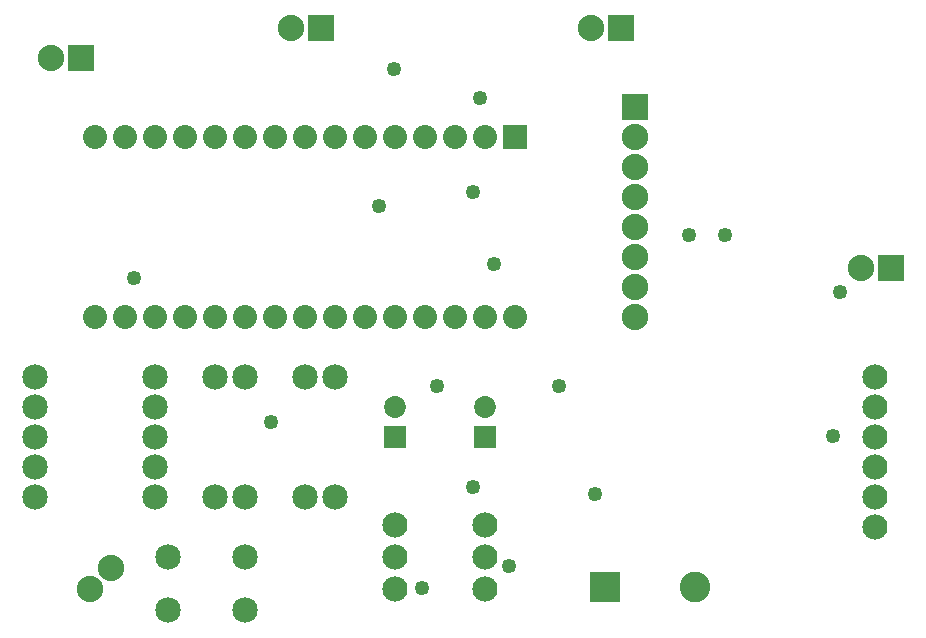
<source format=gbs>
G04 MADE WITH FRITZING*
G04 WWW.FRITZING.ORG*
G04 DOUBLE SIDED*
G04 HOLES PLATED*
G04 CONTOUR ON CENTER OF CONTOUR VECTOR*
%ASAXBY*%
%FSLAX23Y23*%
%MOIN*%
%OFA0B0*%
%SFA1.0B1.0*%
%ADD10C,0.080000*%
%ADD11C,0.084000*%
%ADD12C,0.085000*%
%ADD13C,0.072992*%
%ADD14C,0.102000*%
%ADD15C,0.088000*%
%ADD16C,0.049370*%
%ADD17R,0.080000X0.079972*%
%ADD18R,0.072992X0.072992*%
%ADD19R,0.102000X0.102000*%
%ADD20R,0.088000X0.088000*%
%ADD21C,0.030000*%
%LNMASK0*%
G90*
G70*
G54D10*
X1712Y1728D03*
X1612Y1728D03*
X1512Y1728D03*
X1412Y1728D03*
X1312Y1728D03*
X1212Y1728D03*
X1112Y1728D03*
X1012Y1728D03*
X912Y1728D03*
X812Y1728D03*
X712Y1728D03*
X612Y1728D03*
X512Y1728D03*
X412Y1728D03*
X312Y1728D03*
X1712Y1128D03*
X1612Y1128D03*
X1512Y1128D03*
X1412Y1128D03*
X1312Y1128D03*
X1212Y1128D03*
X1112Y1128D03*
X1012Y1128D03*
X912Y1128D03*
X812Y1128D03*
X712Y1128D03*
X612Y1128D03*
X512Y1128D03*
X412Y1128D03*
X312Y1128D03*
G54D11*
X1312Y221D03*
X1312Y328D03*
X1312Y435D03*
X1612Y221D03*
X1612Y328D03*
X1612Y435D03*
G54D12*
X112Y528D03*
X512Y528D03*
X112Y628D03*
X512Y628D03*
X112Y728D03*
X512Y728D03*
X112Y828D03*
X512Y828D03*
X112Y928D03*
X512Y928D03*
X812Y928D03*
X812Y528D03*
X712Y928D03*
X712Y528D03*
X1012Y528D03*
X1012Y928D03*
X1112Y528D03*
X1112Y928D03*
G54D13*
X1312Y728D03*
X1312Y826D03*
X1612Y728D03*
X1612Y826D03*
G54D12*
X556Y328D03*
X812Y328D03*
X556Y150D03*
X812Y150D03*
G54D14*
X2012Y228D03*
X2312Y228D03*
G54D15*
X2966Y1291D03*
X2866Y1291D03*
X2066Y2091D03*
X1966Y2091D03*
X1066Y2091D03*
X966Y2091D03*
X266Y1991D03*
X166Y1991D03*
X366Y291D03*
X296Y220D03*
X2112Y1828D03*
X2112Y1728D03*
X2112Y1628D03*
X2112Y1528D03*
X2112Y1428D03*
X2112Y1328D03*
X2112Y1228D03*
X2112Y1128D03*
G54D11*
X2912Y928D03*
X2912Y828D03*
X2912Y728D03*
X2912Y628D03*
X2912Y528D03*
X2912Y428D03*
G54D16*
X900Y777D03*
X1596Y1857D03*
X1572Y561D03*
X1308Y1953D03*
X1404Y225D03*
X444Y1257D03*
X1260Y1497D03*
X1572Y1545D03*
X1644Y1305D03*
X1452Y897D03*
X1860Y897D03*
X1692Y297D03*
X1980Y537D03*
X2292Y1401D03*
X2412Y1401D03*
X2796Y1209D03*
X2772Y729D03*
G54D17*
X1712Y1728D03*
G54D18*
X1312Y728D03*
X1612Y728D03*
G54D19*
X2012Y228D03*
G54D20*
X2966Y1291D03*
X2066Y2091D03*
X1066Y2091D03*
X266Y1991D03*
X2112Y1828D03*
G54D21*
G36*
X407Y291D02*
X366Y249D01*
X325Y291D01*
X366Y332D01*
X407Y291D01*
G37*
D02*
G04 End of Mask0*
M02*
</source>
